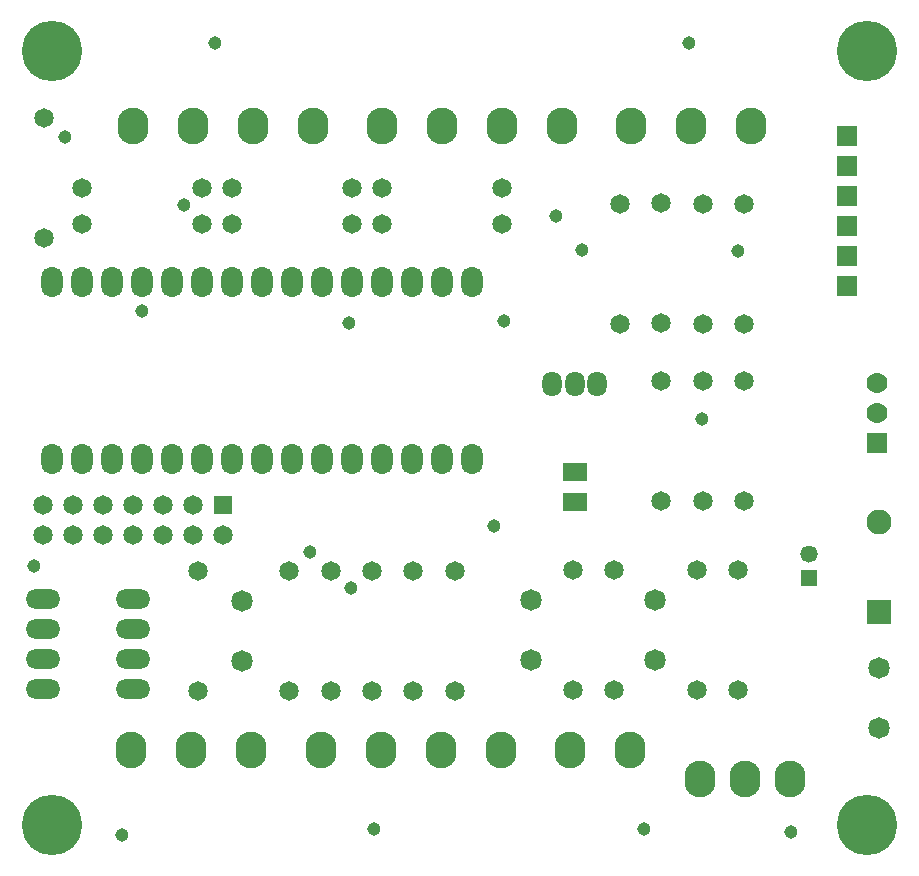
<source format=gts>
G04 EasyPC Gerber Version 20.0.2 Build 4112 *
G04 #@! TF.Part,Single*
G04 #@! TF.FileFunction,Soldermask,Top *
%FSLAX35Y35*%
%MOIN*%
G04 #@! TA.AperFunction,ComponentPad*
%ADD82O,0.06472X0.08346*%
%ADD76O,0.07165X0.10315*%
%ADD79O,0.10315X0.12283*%
%ADD87R,0.05787X0.05787*%
%ADD80R,0.06472X0.06472*%
%ADD78R,0.06972X0.06972*%
%ADD85R,0.08346X0.08346*%
G04 #@! TA.AperFunction,ViaPad*
%ADD90C,0.04472*%
G04 #@! TA.AperFunction,ComponentPad*
%ADD88C,0.05787*%
%ADD81C,0.06472*%
%ADD150C,0.06972*%
%ADD77C,0.07165*%
%ADD86C,0.08346*%
%ADD84O,0.11472X0.06472*%
G04 #@! TA.AperFunction,WasherPad*
%ADD75C,0.20157*%
G04 #@! TA.AperFunction,ComponentPad*
%ADD83R,0.08472X0.06472*%
X0Y0D02*
D02*
D75*
X15998Y15998D03*
Y273872D03*
X287652Y15998D03*
Y273872D03*
D02*
D76*
X15902Y137809D03*
Y196864D03*
X25902Y137809D03*
Y196864D03*
X35902Y137809D03*
Y196864D03*
X45902Y137809D03*
Y196864D03*
X55902Y137809D03*
Y196864D03*
X65902Y137809D03*
Y196864D03*
X75902Y137809D03*
Y196864D03*
X85902Y137809D03*
Y196864D03*
X95902Y137809D03*
Y196864D03*
X105902Y137809D03*
Y196864D03*
X115902Y137809D03*
Y196864D03*
X125902Y137809D03*
Y196864D03*
X135902Y137809D03*
Y196864D03*
X145902Y137809D03*
Y196864D03*
X155902Y137809D03*
Y196864D03*
D02*
D77*
X79294Y70786D03*
Y90786D03*
X175732Y70801D03*
Y90801D03*
X217091Y70801D03*
Y90801D03*
X291766Y48301D03*
Y68301D03*
D02*
D78*
X281096Y195654D03*
Y205654D03*
Y215654D03*
Y225654D03*
Y235654D03*
Y245654D03*
X291057Y143281D03*
D02*
D79*
X42428Y41033D03*
X42846Y249050D03*
X62428Y41033D03*
X62846Y249050D03*
X82428Y41033D03*
X82846Y249050D03*
X102846D03*
X105533Y41033D03*
X125533D03*
X125892Y249050D03*
X145533Y41033D03*
X145892Y249050D03*
X165533Y41033D03*
X165892Y249050D03*
X185892D03*
X188632Y41033D03*
X208632D03*
X208997Y249050D03*
X228997D03*
X232086Y31191D03*
X247086D03*
X248997Y249050D03*
X262086Y31191D03*
D02*
D80*
X72812Y122653D03*
D02*
D81*
X12812Y112653D03*
Y122653D03*
X13360Y211647D03*
Y251647D03*
X22812Y112653D03*
Y122653D03*
X25995Y216372D03*
Y228243D03*
X32812Y112653D03*
Y122653D03*
X42812Y112653D03*
Y122653D03*
X52812Y112653D03*
Y122653D03*
X62812Y112653D03*
Y122653D03*
X64647Y60783D03*
Y100783D03*
X65995Y216372D03*
Y228243D03*
X72812Y112653D03*
X75967Y216372D03*
X75979Y228243D03*
X95042Y60796D03*
Y100796D03*
X108821Y60783D03*
Y100783D03*
X115967Y216372D03*
X115979Y228243D03*
X122601Y60783D03*
Y100783D03*
X125951Y216372D03*
Y228243D03*
X136362Y60796D03*
Y100796D03*
X150132Y60796D03*
Y100796D03*
X165951Y216372D03*
Y228243D03*
X189522Y60801D03*
Y100801D03*
X203291Y60801D03*
Y100801D03*
X205289Y183063D03*
Y223063D03*
X219030Y123894D03*
Y163894D03*
Y183134D03*
Y223134D03*
X230850Y60801D03*
Y100801D03*
X232848Y123911D03*
Y163911D03*
Y183063D03*
Y223063D03*
X244650Y60801D03*
Y100801D03*
X246608Y123922D03*
Y163922D03*
X246628Y183055D03*
Y223055D03*
D02*
D82*
X182691Y162986D03*
X190191D03*
X197691D03*
D02*
D83*
X190191Y123793D03*
Y133793D03*
D02*
D84*
X12865Y61420D03*
Y71420D03*
Y81420D03*
Y91420D03*
X42865Y61420D03*
Y71420D03*
Y81420D03*
Y91420D03*
D02*
D85*
X291785Y86805D03*
D02*
D86*
Y116805D03*
D02*
D87*
X268242Y98429D03*
D02*
D88*
Y106303D03*
D02*
D90*
X10082Y102163D03*
X20386Y245250D03*
X39416Y12770D03*
X46068Y187360D03*
X59994Y222690D03*
X70171Y276628D03*
X102100Y107022D03*
X115071Y183296D03*
X115624Y94848D03*
X123324Y14659D03*
X163360Y115526D03*
X166754Y183967D03*
X183804Y218941D03*
X192611Y207670D03*
X213177Y14659D03*
X228321Y276628D03*
X232695Y151271D03*
X244486Y207190D03*
X262449Y13476D03*
D02*
D150*
X291057Y153281D03*
Y163281D03*
X0Y0D02*
M02*

</source>
